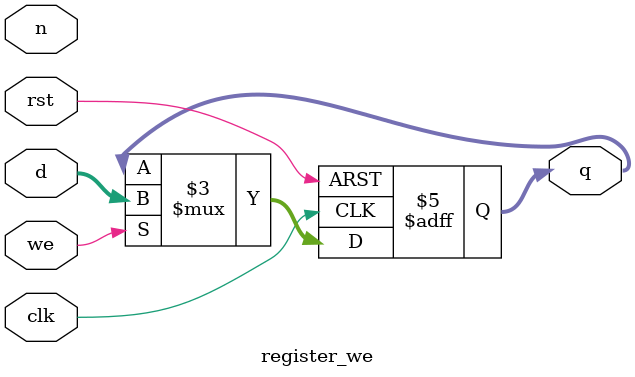
<source format=v>
module register_we #(
    parameter DATA_WIDTH = 16
) (
    input clk,
    input rst,
    input n,
    input we,
    input [DATA_WIDTH-1:0] d,
    output reg [DATA_WIDTH-1:0] q
);
    always @(posedge clk or negedge rst) begin
        if (!rst) q <= 0;
        else if (we) q <= d;
    end
endmodule
</source>
